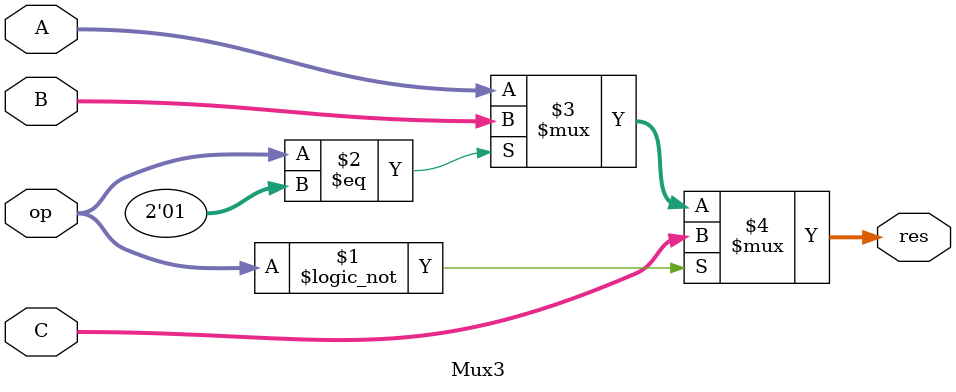
<source format=sv>
module Mux3(
    input logic [1:0]op,
    input logic [31:0] A,
    input logic [31:0] B,
    input logic [31:0] C,
    output logic [31:0] res
  );
    /*always @(*) begin
      case(op)
        2: res = A;
        1: res = B;
        0: res = C;
      endcase
    end*/
    assign res = op == 0 ? C: op == 1 ? B: A;
  endmodule
</source>
